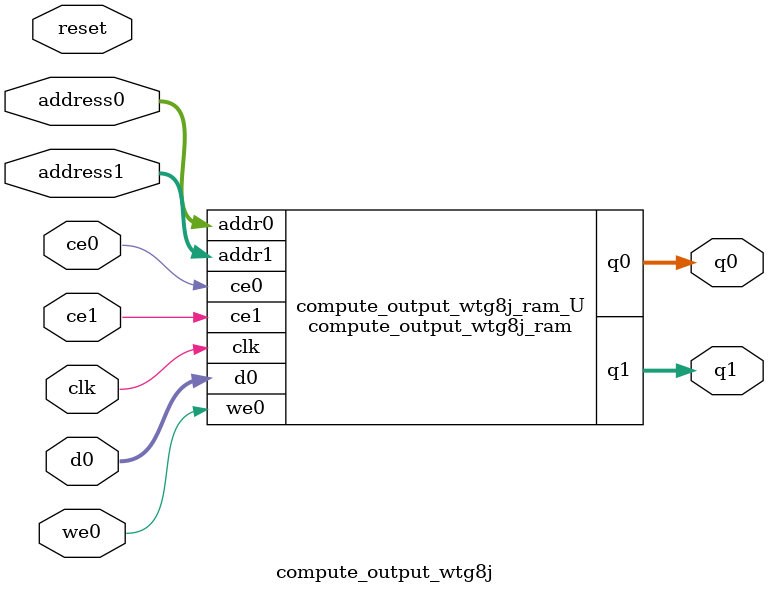
<source format=v>
`timescale 1 ns / 1 ps
module compute_output_wtg8j_ram (addr0, ce0, d0, we0, q0, addr1, ce1, q1,  clk);

parameter DWIDTH = 16;
parameter AWIDTH = 12;
parameter MEM_SIZE = 2352;

input[AWIDTH-1:0] addr0;
input ce0;
input[DWIDTH-1:0] d0;
input we0;
output reg[DWIDTH-1:0] q0;
input[AWIDTH-1:0] addr1;
input ce1;
output reg[DWIDTH-1:0] q1;
input clk;

(* ram_style = "block" *)reg [DWIDTH-1:0] ram[0:MEM_SIZE-1];




always @(posedge clk)  
begin 
    if (ce0) begin
        if (we0) 
            ram[addr0] <= d0; 
        q0 <= ram[addr0];
    end
end


always @(posedge clk)  
begin 
    if (ce1) begin
        q1 <= ram[addr1];
    end
end


endmodule

`timescale 1 ns / 1 ps
module compute_output_wtg8j(
    reset,
    clk,
    address0,
    ce0,
    we0,
    d0,
    q0,
    address1,
    ce1,
    q1);

parameter DataWidth = 32'd16;
parameter AddressRange = 32'd2352;
parameter AddressWidth = 32'd12;
input reset;
input clk;
input[AddressWidth - 1:0] address0;
input ce0;
input we0;
input[DataWidth - 1:0] d0;
output[DataWidth - 1:0] q0;
input[AddressWidth - 1:0] address1;
input ce1;
output[DataWidth - 1:0] q1;



compute_output_wtg8j_ram compute_output_wtg8j_ram_U(
    .clk( clk ),
    .addr0( address0 ),
    .ce0( ce0 ),
    .we0( we0 ),
    .d0( d0 ),
    .q0( q0 ),
    .addr1( address1 ),
    .ce1( ce1 ),
    .q1( q1 ));

endmodule


</source>
